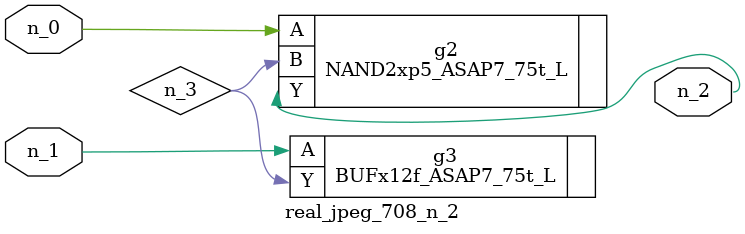
<source format=v>
module real_jpeg_708_n_2 (n_1, n_0, n_2);

input n_1;
input n_0;

output n_2;

wire n_3;

NAND2xp5_ASAP7_75t_L g2 ( 
.A(n_0),
.B(n_3),
.Y(n_2)
);

BUFx12f_ASAP7_75t_L g3 ( 
.A(n_1),
.Y(n_3)
);


endmodule
</source>
